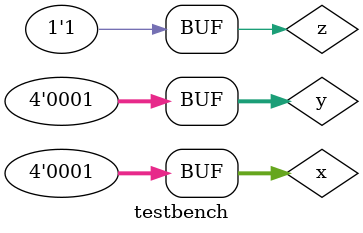
<source format=v>
module testbench;
 reg [3:0] x,y;
 reg z;
 wire [3:0] s;
 wire c;
 add_sub_4bit fl(x,y,z,s,c);
 initial
 $monitor(,$time,"x=%d,y=%d,z=%d,s=%d,c=%d",x,y,z,s,c);
 initial
 begin
 #0 x=4'd3;y=4'd4;z=1'b0;
 #4 x=4'd4;y=4'd3;z=1'b1;
 #4 x=4'd5;y=4'd2;z=1'b1;
 #4 x=4'd1;y=4'd1;z=1'b0;
 #4 x=4'd0;y=4'd0;z=1'b1;
 #4 x=4'd1;y=4'd0;z=1'b1;
 #4 x=4'd0;y=4'd1;z=1'b1;
 #4 x=4'd1;y=4'd1;z=1'b1;
 end
endmodule
</source>
